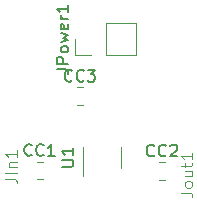
<source format=gbr>
%TF.GenerationSoftware,KiCad,Pcbnew,(5.1.9)-1*%
%TF.CreationDate,2021-03-17T20:36:52-04:00*%
%TF.ProjectId,VVA_Macom,5656415f-4d61-4636-9f6d-2e6b69636164,rev?*%
%TF.SameCoordinates,Original*%
%TF.FileFunction,Legend,Top*%
%TF.FilePolarity,Positive*%
%FSLAX46Y46*%
G04 Gerber Fmt 4.6, Leading zero omitted, Abs format (unit mm)*
G04 Created by KiCad (PCBNEW (5.1.9)-1) date 2021-03-17 20:36:52*
%MOMM*%
%LPD*%
G01*
G04 APERTURE LIST*
%ADD10C,0.120000*%
%ADD11C,0.015000*%
%ADD12C,0.150000*%
G04 APERTURE END LIST*
D10*
%TO.C,CC3*%
X142618748Y-76605000D02*
X143141252Y-76605000D01*
X142618748Y-78075000D02*
X143141252Y-78075000D01*
%TO.C,CC2*%
X149573348Y-84402600D02*
X150095852Y-84402600D01*
X149573348Y-82932600D02*
X150095852Y-82932600D01*
%TO.C,CC1*%
X139210148Y-84377200D02*
X139732652Y-84377200D01*
X139210148Y-82907200D02*
X139732652Y-82907200D01*
%TO.C,U1*%
X146390000Y-83450000D02*
X146390000Y-81650000D01*
X143170000Y-81650000D02*
X143170000Y-84100000D01*
%TO.C,JPower1*%
X147659400Y-73847000D02*
X147659400Y-71187000D01*
X145059400Y-73847000D02*
X147659400Y-73847000D01*
X145059400Y-71187000D02*
X147659400Y-71187000D01*
X145059400Y-73847000D02*
X145059400Y-71187000D01*
X143789400Y-73847000D02*
X142459400Y-73847000D01*
X142459400Y-73847000D02*
X142459400Y-72517000D01*
%TO.C,Jout1*%
D11*
X151408510Y-85507059D02*
X152122796Y-85507059D01*
X152265653Y-85554678D01*
X152360891Y-85649916D01*
X152408510Y-85792773D01*
X152408510Y-85888011D01*
X152408510Y-84888011D02*
X152360891Y-84983250D01*
X152313272Y-85030869D01*
X152218034Y-85078488D01*
X151932320Y-85078488D01*
X151837082Y-85030869D01*
X151789463Y-84983250D01*
X151741844Y-84888011D01*
X151741844Y-84745154D01*
X151789463Y-84649916D01*
X151837082Y-84602297D01*
X151932320Y-84554678D01*
X152218034Y-84554678D01*
X152313272Y-84602297D01*
X152360891Y-84649916D01*
X152408510Y-84745154D01*
X152408510Y-84888011D01*
X151741844Y-83697535D02*
X152408510Y-83697535D01*
X151741844Y-84126107D02*
X152265653Y-84126107D01*
X152360891Y-84078488D01*
X152408510Y-83983250D01*
X152408510Y-83840392D01*
X152360891Y-83745154D01*
X152313272Y-83697535D01*
X151741844Y-83364202D02*
X151741844Y-82983250D01*
X151408510Y-83221345D02*
X152265653Y-83221345D01*
X152360891Y-83173726D01*
X152408510Y-83078488D01*
X152408510Y-82983250D01*
X152408510Y-82126107D02*
X152408510Y-82697535D01*
X152408510Y-82411821D02*
X151408510Y-82411821D01*
X151551368Y-82507059D01*
X151646606Y-82602297D01*
X151694225Y-82697535D01*
%TO.C,JIn1*%
X136522850Y-84324959D02*
X137237136Y-84324959D01*
X137379993Y-84372578D01*
X137475231Y-84467816D01*
X137522850Y-84610673D01*
X137522850Y-84705911D01*
X137522850Y-83848769D02*
X136522850Y-83848769D01*
X136856184Y-83372578D02*
X137522850Y-83372578D01*
X136951422Y-83372578D02*
X136903803Y-83324959D01*
X136856184Y-83229721D01*
X136856184Y-83086864D01*
X136903803Y-82991626D01*
X136999041Y-82944007D01*
X137522850Y-82944007D01*
X137522850Y-81944007D02*
X137522850Y-82515435D01*
X137522850Y-82229721D02*
X136522850Y-82229721D01*
X136665708Y-82324959D01*
X136760946Y-82420197D01*
X136808565Y-82515435D01*
%TO.C,CC3*%
D12*
X142213333Y-76017142D02*
X142165714Y-76064761D01*
X142022857Y-76112380D01*
X141927619Y-76112380D01*
X141784761Y-76064761D01*
X141689523Y-75969523D01*
X141641904Y-75874285D01*
X141594285Y-75683809D01*
X141594285Y-75540952D01*
X141641904Y-75350476D01*
X141689523Y-75255238D01*
X141784761Y-75160000D01*
X141927619Y-75112380D01*
X142022857Y-75112380D01*
X142165714Y-75160000D01*
X142213333Y-75207619D01*
X143213333Y-76017142D02*
X143165714Y-76064761D01*
X143022857Y-76112380D01*
X142927619Y-76112380D01*
X142784761Y-76064761D01*
X142689523Y-75969523D01*
X142641904Y-75874285D01*
X142594285Y-75683809D01*
X142594285Y-75540952D01*
X142641904Y-75350476D01*
X142689523Y-75255238D01*
X142784761Y-75160000D01*
X142927619Y-75112380D01*
X143022857Y-75112380D01*
X143165714Y-75160000D01*
X143213333Y-75207619D01*
X143546666Y-75112380D02*
X144165714Y-75112380D01*
X143832380Y-75493333D01*
X143975238Y-75493333D01*
X144070476Y-75540952D01*
X144118095Y-75588571D01*
X144165714Y-75683809D01*
X144165714Y-75921904D01*
X144118095Y-76017142D01*
X144070476Y-76064761D01*
X143975238Y-76112380D01*
X143689523Y-76112380D01*
X143594285Y-76064761D01*
X143546666Y-76017142D01*
%TO.C,CC2*%
X149167933Y-82344742D02*
X149120314Y-82392361D01*
X148977457Y-82439980D01*
X148882219Y-82439980D01*
X148739361Y-82392361D01*
X148644123Y-82297123D01*
X148596504Y-82201885D01*
X148548885Y-82011409D01*
X148548885Y-81868552D01*
X148596504Y-81678076D01*
X148644123Y-81582838D01*
X148739361Y-81487600D01*
X148882219Y-81439980D01*
X148977457Y-81439980D01*
X149120314Y-81487600D01*
X149167933Y-81535219D01*
X150167933Y-82344742D02*
X150120314Y-82392361D01*
X149977457Y-82439980D01*
X149882219Y-82439980D01*
X149739361Y-82392361D01*
X149644123Y-82297123D01*
X149596504Y-82201885D01*
X149548885Y-82011409D01*
X149548885Y-81868552D01*
X149596504Y-81678076D01*
X149644123Y-81582838D01*
X149739361Y-81487600D01*
X149882219Y-81439980D01*
X149977457Y-81439980D01*
X150120314Y-81487600D01*
X150167933Y-81535219D01*
X150548885Y-81535219D02*
X150596504Y-81487600D01*
X150691742Y-81439980D01*
X150929838Y-81439980D01*
X151025076Y-81487600D01*
X151072695Y-81535219D01*
X151120314Y-81630457D01*
X151120314Y-81725695D01*
X151072695Y-81868552D01*
X150501266Y-82439980D01*
X151120314Y-82439980D01*
%TO.C,CC1*%
X138804733Y-82319342D02*
X138757114Y-82366961D01*
X138614257Y-82414580D01*
X138519019Y-82414580D01*
X138376161Y-82366961D01*
X138280923Y-82271723D01*
X138233304Y-82176485D01*
X138185685Y-81986009D01*
X138185685Y-81843152D01*
X138233304Y-81652676D01*
X138280923Y-81557438D01*
X138376161Y-81462200D01*
X138519019Y-81414580D01*
X138614257Y-81414580D01*
X138757114Y-81462200D01*
X138804733Y-81509819D01*
X139804733Y-82319342D02*
X139757114Y-82366961D01*
X139614257Y-82414580D01*
X139519019Y-82414580D01*
X139376161Y-82366961D01*
X139280923Y-82271723D01*
X139233304Y-82176485D01*
X139185685Y-81986009D01*
X139185685Y-81843152D01*
X139233304Y-81652676D01*
X139280923Y-81557438D01*
X139376161Y-81462200D01*
X139519019Y-81414580D01*
X139614257Y-81414580D01*
X139757114Y-81462200D01*
X139804733Y-81509819D01*
X140757114Y-82414580D02*
X140185685Y-82414580D01*
X140471400Y-82414580D02*
X140471400Y-81414580D01*
X140376161Y-81557438D01*
X140280923Y-81652676D01*
X140185685Y-81700295D01*
%TO.C,U1*%
X141332380Y-83311904D02*
X142141904Y-83311904D01*
X142237142Y-83264285D01*
X142284761Y-83216666D01*
X142332380Y-83121428D01*
X142332380Y-82930952D01*
X142284761Y-82835714D01*
X142237142Y-82788095D01*
X142141904Y-82740476D01*
X141332380Y-82740476D01*
X142332380Y-81740476D02*
X142332380Y-82311904D01*
X142332380Y-82026190D02*
X141332380Y-82026190D01*
X141475238Y-82121428D01*
X141570476Y-82216666D01*
X141618095Y-82311904D01*
%TO.C,JPower1*%
X140911780Y-75064619D02*
X141626066Y-75064619D01*
X141768923Y-75112238D01*
X141864161Y-75207476D01*
X141911780Y-75350333D01*
X141911780Y-75445571D01*
X141911780Y-74588428D02*
X140911780Y-74588428D01*
X140911780Y-74207476D01*
X140959400Y-74112238D01*
X141007019Y-74064619D01*
X141102257Y-74017000D01*
X141245114Y-74017000D01*
X141340352Y-74064619D01*
X141387971Y-74112238D01*
X141435590Y-74207476D01*
X141435590Y-74588428D01*
X141911780Y-73445571D02*
X141864161Y-73540809D01*
X141816542Y-73588428D01*
X141721304Y-73636047D01*
X141435590Y-73636047D01*
X141340352Y-73588428D01*
X141292733Y-73540809D01*
X141245114Y-73445571D01*
X141245114Y-73302714D01*
X141292733Y-73207476D01*
X141340352Y-73159857D01*
X141435590Y-73112238D01*
X141721304Y-73112238D01*
X141816542Y-73159857D01*
X141864161Y-73207476D01*
X141911780Y-73302714D01*
X141911780Y-73445571D01*
X141245114Y-72778904D02*
X141911780Y-72588428D01*
X141435590Y-72397952D01*
X141911780Y-72207476D01*
X141245114Y-72017000D01*
X141864161Y-71255095D02*
X141911780Y-71350333D01*
X141911780Y-71540809D01*
X141864161Y-71636047D01*
X141768923Y-71683666D01*
X141387971Y-71683666D01*
X141292733Y-71636047D01*
X141245114Y-71540809D01*
X141245114Y-71350333D01*
X141292733Y-71255095D01*
X141387971Y-71207476D01*
X141483209Y-71207476D01*
X141578447Y-71683666D01*
X141911780Y-70778904D02*
X141245114Y-70778904D01*
X141435590Y-70778904D02*
X141340352Y-70731285D01*
X141292733Y-70683666D01*
X141245114Y-70588428D01*
X141245114Y-70493190D01*
X141911780Y-69636047D02*
X141911780Y-70207476D01*
X141911780Y-69921761D02*
X140911780Y-69921761D01*
X141054638Y-70017000D01*
X141149876Y-70112238D01*
X141197495Y-70207476D01*
%TD*%
M02*

</source>
